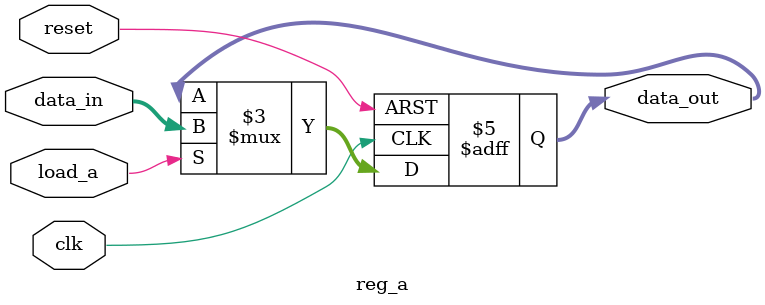
<source format=v>
module reg_a (clk, reset, load_a, data_in, data_out);
    input clk, reset, load_a;
    input [7:0] data_in;

    output reg [7:0] data_out;



    always @(posedge clk or posedge reset) 
    begin
        if (reset)  begin 
            data_out = 8'b00000000;
        end
        else if (load_a) begin 
            data_out = data_in;
        end
        
    end
endmodule
</source>
